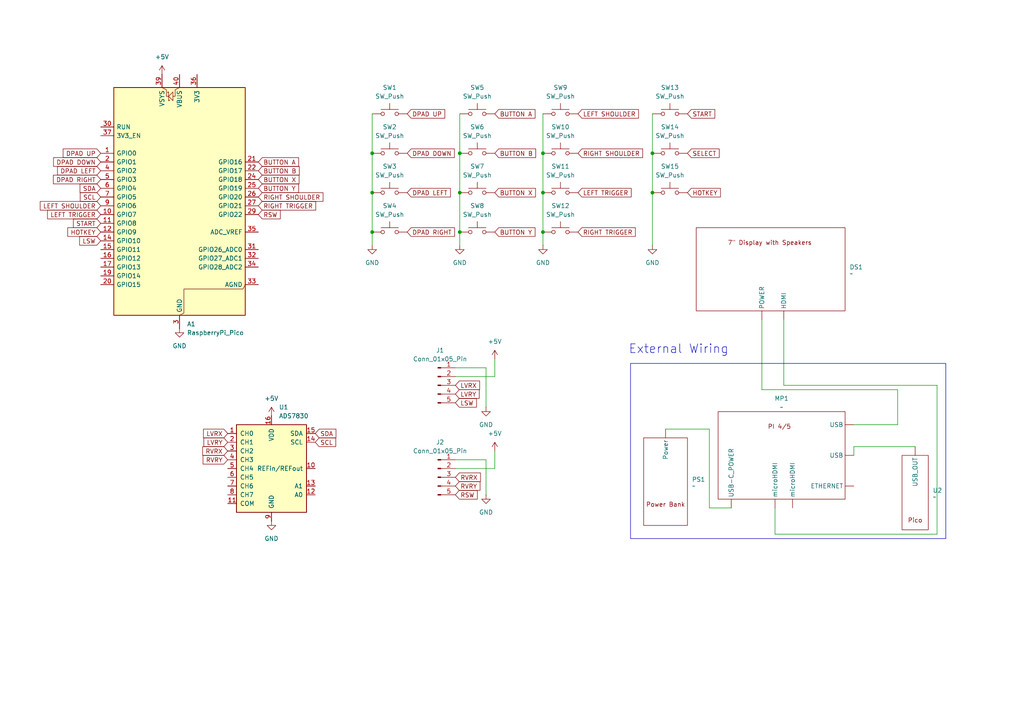
<source format=kicad_sch>
(kicad_sch (version 20250114) (generator "eeschema") (generator_version "9.0")
  (paper "A4")
  (lib_symbols
    (symbol "Analog_DAC:ADS7830" (pin_names (offset 1.016))
      (property "Reference" "U" (at -10.16 13.716 0))
      (property "Value" "ADS7830" (at 1.778 13.716 0))
      (symbol "ADS7830_0_1"
        (rectangle (start -10.16 12.7) (end 10.16 -12.7) (stroke (width 0.254)) (fill (type background)))
      )
      (symbol "ADS7830_1_1"
        (pin input line (at -12.7 10.16 0) (length 2.54) (name "CH0") (number "1"))
        (pin input line (at -12.7 7.62 0) (length 2.54) (name "CH1") (number "2"))
        (pin input line (at -12.7 5.08 0) (length 2.54) (name "CH2") (number "3"))
        (pin input line (at -12.7 2.54 0) (length 2.54) (name "CH3") (number "4"))
        (pin input line (at -12.7 0 0) (length 2.54) (name "CH4") (number "5"))
        (pin input line (at -12.7 -2.54 0) (length 2.54) (name "CH5") (number "6"))
        (pin input line (at -12.7 -5.08 0) (length 2.54) (name "CH6") (number "7"))
        (pin input line (at -12.7 -7.62 0) (length 2.54) (name "CH7") (number "8"))
        (pin input line (at -12.7 -10.16 0) (length 2.54) (name "COM") (number "11"))
        (pin power_in line (at 0 15.24 270) (length 2.54) (name "VDD") (number "16"))
        (pin power_in line (at 0 -15.24 90) (length 2.54) (name "GND") (number "9"))
        (pin bidirectional line (at 12.7 10.16 180) (length 2.54) (name "SDA") (number "15"))
        (pin input line (at 12.7 7.62 180) (length 2.54) (name "SCL") (number "14"))
        (pin bidirectional line (at 12.7 0 180) (length 2.54) (name "REFin/REFout") (number "10"))
        (pin input line (at 12.7 -5.08 180) (length 2.54) (name "A1") (number "13"))
        (pin input line (at 12.7 -7.62 180) (length 2.54) (name "A0") (number "12"))
      )
    )
    (symbol "Connector:Conn_01x05_Pin" (pin_names (offset 1.016) (hide yes))
      (property "Reference" "J" (at 0 7.62 0))
      (property "Value" "Conn_01x05_Pin" (at 0 -7.62 0))
      (symbol "Conn_01x05_Pin_1_1"
        (rectangle (start 0.8636 5.207) (end 0 4.953) (stroke (width 0.1524)) (fill (type outline)))
        (rectangle (start 0.8636 2.667) (end 0 2.413) (stroke (width 0.1524)) (fill (type outline)))
        (rectangle (start 0.8636 0.127) (end 0 -0.127) (stroke (width 0.1524)) (fill (type outline)))
        (rectangle (start 0.8636 -2.413) (end 0 -2.667) (stroke (width 0.1524)) (fill (type outline)))
        (rectangle (start 0.8636 -4.953) (end 0 -5.207) (stroke (width 0.1524)) (fill (type outline)))
        (polyline (pts (xy 1.27 5.08) (xy 0.8636 5.08)) (stroke (width 0.1524)))
        (polyline (pts (xy 1.27 2.54) (xy 0.8636 2.54)) (stroke (width 0.1524)))
        (polyline (pts (xy 1.27 0) (xy 0.8636 0)) (stroke (width 0.1524)))
        (polyline (pts (xy 1.27 -2.54) (xy 0.8636 -2.54)) (stroke (width 0.1524)))
        (polyline (pts (xy 1.27 -5.08) (xy 0.8636 -5.08)) (stroke (width 0.1524)))
        (pin passive line (at 5.08 5.08 180) (length 3.81) (name "Pin_1") (number "1"))
        (pin passive line (at 5.08 2.54 180) (length 3.81) (name "Pin_2") (number "2"))
        (pin passive line (at 5.08 0 180) (length 3.81) (name "Pin_3") (number "3"))
        (pin passive line (at 5.08 -2.54 180) (length 3.81) (name "Pin_4") (number "4"))
        (pin passive line (at 5.08 -5.08 180) (length 3.81) (name "Pin_5") (number "5"))
      )
    )
    (symbol "HexPlay Specifics:7inchDisplay"
      (property "Reference" "DS" (at 0 0 0))
      (symbol "7inchDisplay_0_1"
        (rectangle (start -21.59 11.43) (end 21.59 -12.7))
      )
      (symbol "7inchDisplay_1_1"
        (text "7\" Display with Speakers" (at -0.254 7.112 0) (effects (font (size 1.27 1.27))))
        (pin output line (at -2.54 -15.24 90) (length 2.54) (name "POWER") (number ""))
        (pin output line (at 3.81 -15.24 90) (length 2.54) (name "HDMI") (number ""))
      )
    )
    (symbol "HexPlay Specifics:Pi_4/5"
      (property "Reference" "MP" (at 0 0 0))
      (symbol "Pi_4/5_0_1"
        (rectangle (start -17.78 12.7) (end 19.05 -12.7))
      )
      (symbol "Pi_4/5_1_1"
        (text "PI 4/5" (at 0 8.382 0) (effects (font (size 1.27 1.27))))
        (pin input line (at -13.97 -15.24 90) (length 2.54) (name "USB-C_POWER") (number ""))
        (pin input line (at -1.27 -15.24 90) (length 2.54) (name "microHDMI") (number ""))
        (pin input line (at 3.81 -15.24 90) (length 2.54) (name "microHDMI") (number ""))
        (pin input line (at 21.59 8.89 180) (length 2.54) (name "USB") (number ""))
        (pin input line (at 21.59 0 180) (length 2.54) (name "USB") (number ""))
        (pin input line (at 21.59 -8.89 180) (length 2.54) (name "ETHERNET") (number ""))
      )
    )
    (symbol "HexPlay Specifics:Pico"
      (property "Reference" "U" (at 0 0 0))
      (symbol "Pico_0_1"
        (rectangle (start -3.81 13.97) (end 3.81 -7.62))
      )
      (symbol "Pico_1_1"
        (text "Pico" (at 0 -4.826 0) (effects (font (size 1.27 1.27))))
        (pin output line (at 0 16.51 270) (length 2.54) (name "USB_OUT") (number ""))
      )
    )
    (symbol "HexPlay Specifics:Power_Bank"
      (property "Reference" "PS" (at 0 0 0))
      (symbol "Power_Bank_0_1"
        (rectangle (start -6.35 12.7) (end 6.35 -12.7))
      )
      (symbol "Power_Bank_1_1"
        (text "Power Bank" (at 0 -6.604 0) (effects (font (size 1.27 1.27))))
        (pin output line (at 0 15.24 270) (length 2.54) (name "Power") (number ""))
      )
    )
    (symbol "MCU_Module:RaspberryPi_Pico" (pin_names (offset 0.762))
      (property "Reference" "A" (at -19.05 35.56 0))
      (property "Value" "RaspberryPi_Pico" (at 7.62 35.56 0))
      (symbol "RaspberryPi_Pico_0_1"
        (rectangle (start -19.05 34.29) (end 19.05 -31.75) (stroke (width 0.254)) (fill (type background)))
        (polyline (pts (xy -5.08 34.29) (xy -3.81 33.655) (xy -3.81 31.75) (xy -3.175 31.75)))
        (polyline (pts (xy -3.429 32.766) (xy -3.429 33.02) (xy -3.175 33.02) (xy -3.175 30.48) (xy -2.921 30.48) (xy -2.921 30.734)))
        (polyline (pts (xy -3.175 31.75) (xy -1.905 33.02) (xy -1.905 30.48) (xy -3.175 31.75)))
        (polyline (pts (xy 0 34.29) (xy -1.27 33.655) (xy -1.27 31.75) (xy -1.905 31.75)))
        (polyline (pts (xy 0 -31.75) (xy 1.27 -31.115) (xy 1.27 -24.13) (xy 18.415 -24.13) (xy 19.05 -22.86)))
      )
      (symbol "RaspberryPi_Pico_1_1"
        (pin passive line (at -22.86 22.86 0) (length 3.81) (name "RUN") (number "30"))
        (pin passive line (at -22.86 20.32 0) (length 3.81) (name "3V3_EN") (number "37"))
        (pin bidirectional line (at -22.86 15.24 0) (length 3.81) (name "GPIO0") (number "1"))
        (pin bidirectional line (at -22.86 12.7 0) (length 3.81) (name "GPIO1") (number "2"))
        (pin bidirectional line (at -22.86 10.16 0) (length 3.81) (name "GPIO2") (number "4"))
        (pin bidirectional line (at -22.86 7.62 0) (length 3.81) (name "GPIO3") (number "5"))
        (pin bidirectional line (at -22.86 5.08 0) (length 3.81) (name "GPIO4") (number "6"))
        (pin bidirectional line (at -22.86 2.54 0) (length 3.81) (name "GPIO5") (number "7"))
        (pin bidirectional line (at -22.86 0 0) (length 3.81) (name "GPIO6") (number "9"))
        (pin bidirectional line (at -22.86 -2.54 0) (length 3.81) (name "GPIO7") (number "10"))
        (pin bidirectional line (at -22.86 -5.08 0) (length 3.81) (name "GPIO8") (number "11"))
        (pin bidirectional line (at -22.86 -7.62 0) (length 3.81) (name "GPIO9") (number "12"))
        (pin bidirectional line (at -22.86 -10.16 0) (length 3.81) (name "GPIO10") (number "14"))
        (pin bidirectional line (at -22.86 -12.7 0) (length 3.81) (name "GPIO11") (number "15"))
        (pin bidirectional line (at -22.86 -15.24 0) (length 3.81) (name "GPIO12") (number "16"))
        (pin bidirectional line (at -22.86 -17.78 0) (length 3.81) (name "GPIO13") (number "17"))
        (pin bidirectional line (at -22.86 -20.32 0) (length 3.81) (name "GPIO14") (number "19"))
        (pin bidirectional line (at -22.86 -22.86 0) (length 3.81) (name "GPIO15") (number "20"))
        (pin power_in line (at -5.08 38.1 270) (length 3.81) (name "VSYS") (number "39"))
        (pin power_out line (at 0 38.1 270) (length 3.81) (name "VBUS") (number "40"))
        (pin passive line (at 0 -35.56 90) (length 3.81) (hide yes) (name "GND") (number "13"))
        (pin passive line (at 0 -35.56 90) (length 3.81) (hide yes) (name "GND") (number "18"))
        (pin passive line (at 0 -35.56 90) (length 3.81) (hide yes) (name "GND") (number "23"))
        (pin passive line (at 0 -35.56 90) (length 3.81) (hide yes) (name "GND") (number "28"))
        (pin power_out line (at 0 -35.56 90) (length 3.81) (name "GND") (number "3"))
        (pin passive line (at 0 -35.56 90) (length 3.81) (hide yes) (name "GND") (number "38"))
        (pin passive line (at 0 -35.56 90) (length 3.81) (hide yes) (name "GND") (number "8"))
        (pin power_out line (at 5.08 38.1 270) (length 3.81) (name "3V3") (number "36"))
        (pin bidirectional line (at 22.86 12.7 180) (length 3.81) (name "GPIO16") (number "21"))
        (pin bidirectional line (at 22.86 10.16 180) (length 3.81) (name "GPIO17") (number "22"))
        (pin bidirectional line (at 22.86 7.62 180) (length 3.81) (name "GPIO18") (number "24"))
        (pin bidirectional line (at 22.86 5.08 180) (length 3.81) (name "GPIO19") (number "25"))
        (pin bidirectional line (at 22.86 2.54 180) (length 3.81) (name "GPIO20") (number "26"))
        (pin bidirectional line (at 22.86 0 180) (length 3.81) (name "GPIO21") (number "27"))
        (pin bidirectional line (at 22.86 -2.54 180) (length 3.81) (name "GPIO22") (number "29"))
        (pin power_in line (at 22.86 -7.62 180) (length 3.81) (name "ADC_VREF") (number "35"))
        (pin bidirectional line (at 22.86 -12.7 180) (length 3.81) (name "GPIO26_ADC0") (number "31"))
        (pin bidirectional line (at 22.86 -15.24 180) (length 3.81) (name "GPIO27_ADC1") (number "32"))
        (pin bidirectional line (at 22.86 -17.78 180) (length 3.81) (name "GPIO28_ADC2") (number "34"))
        (pin power_out line (at 22.86 -22.86 180) (length 3.81) (name "AGND") (number "33"))
      )
    )
    (symbol "Switch:SW_Push" (pin_numbers (hide yes)) (pin_names (offset 1.016) (hide yes))
      (property "Reference" "SW" (at 1.27 2.54 0))
      (property "Value" "SW_Push" (at 0 -1.524 0))
      (symbol "SW_Push_0_1"
        (circle (center -2.032 0) (radius 0.508))
        (polyline (pts (xy 0 1.27) (xy 0 3.048)))
        (circle (center 2.032 0) (radius 0.508))
        (polyline (pts (xy 2.54 1.27) (xy -2.54 1.27)))
        (pin passive line (at -5.08 0 0) (length 2.54) (name "1") (number "1"))
        (pin passive line (at 5.08 0 180) (length 2.54) (name "2") (number "2"))
      )
    )
    (symbol "power:+5V" (power) (pin_numbers (hide yes)) (pin_names (offset 0) (hide yes))
      (property "Value" "+5V" (at 0 3.556 0))
      (symbol "+5V_0_1"
        (polyline (pts (xy -0.762 1.27) (xy 0 2.54)))
        (polyline (pts (xy 0 2.54) (xy 0.762 1.27)))
        (polyline (pts (xy 0 0) (xy 0 2.54)))
      )
      (symbol "+5V_1_1"
        (pin power_in line (at 0 0 90) (length 0) (name "~") (number "1"))
      )
    )
    (symbol "power:GND" (power) (pin_numbers (hide yes)) (pin_names (offset 0) (hide yes))
      (property "Value" "GND" (at 0 -3.81 0))
      (symbol "GND_0_1"
        (polyline (pts (xy 0 0) (xy 0 -1.27) (xy 1.27 -1.27) (xy 0 -2.54) (xy -1.27 -1.27) (xy 0 -1.27)))
      )
      (symbol "GND_1_1"
        (pin power_in line (at 0 0 270) (length 0) (name "~") (number "1"))
      )
    )
  )
  (rectangle (start 182.88 105.41) (end 274.32 156.21))
  (text "External Wiring\n" (at 196.85 101.346 0) (effects (font (size 2.54 2.54))))
  (junction (at 157.48 44.45))
  (junction (at 157.48 67.31))
  (junction (at 189.23 55.88))
  (junction (at 133.35 67.31))
  (junction (at 107.95 67.31))
  (junction (at 189.23 44.45))
  (junction (at 157.48 55.88))
  (junction (at 133.35 55.88))
  (junction (at 133.35 44.45))
  (junction (at 107.95 44.45))
  (junction (at 107.95 55.88))
  (wire (pts (xy 133.35 71.12) (xy 133.35 67.31)))
  (wire (pts (xy 157.48 44.45) (xy 157.48 55.88)))
  (wire (pts (xy 133.35 33.02) (xy 133.35 44.45)))
  (wire (pts (xy 107.95 55.88) (xy 107.95 67.31)))
  (wire (pts (xy 227.33 92.71) (xy 227.33 111.76)))
  (wire (pts (xy 189.23 71.12) (xy 189.23 55.88)))
  (wire (pts (xy 132.08 133.35) (xy 140.97 133.35)))
  (wire (pts (xy 133.35 44.45) (xy 133.35 55.88)))
  (wire (pts (xy 227.33 111.76) (xy 271.78 111.76)))
  (wire (pts (xy 143.51 135.89) (xy 143.51 130.81)))
  (wire (pts (xy 193.04 124.46) (xy 205.74 124.46)))
  (wire (pts (xy 247.65 129.54) (xy 265.43 129.54)))
  (wire (pts (xy 140.97 133.35) (xy 140.97 143.51)))
  (wire (pts (xy 107.95 71.12) (xy 107.95 67.31)))
  (wire (pts (xy 247.65 132.08) (xy 247.65 129.54)))
  (wire (pts (xy 271.78 111.76) (xy 271.78 154.94)))
  (wire (pts (xy 157.48 71.12) (xy 157.48 67.31)))
  (wire (pts (xy 143.51 109.22) (xy 143.51 104.14)))
  (wire (pts (xy 189.23 44.45) (xy 189.23 55.88)))
  (wire (pts (xy 220.98 113.03) (xy 260.35 113.03)))
  (wire (pts (xy 271.78 154.94) (xy 224.79 154.94)))
  (wire (pts (xy 140.97 106.68) (xy 140.97 118.11)))
  (wire (pts (xy 133.35 55.88) (xy 133.35 67.31)))
  (wire (pts (xy 157.48 33.02) (xy 157.48 44.45)))
  (wire (pts (xy 220.98 92.71) (xy 220.98 113.03)))
  (wire (pts (xy 260.35 123.19) (xy 247.65 123.19)))
  (wire (pts (xy 260.35 113.03) (xy 260.35 123.19)))
  (wire (pts (xy 132.08 109.22) (xy 143.51 109.22)))
  (wire (pts (xy 132.08 135.89) (xy 143.51 135.89)))
  (wire (pts (xy 189.23 33.02) (xy 189.23 44.45)))
  (wire (pts (xy 107.95 33.02) (xy 107.95 44.45)))
  (wire (pts (xy 205.74 147.32) (xy 212.09 147.32)))
  (wire (pts (xy 224.79 147.32) (xy 224.79 154.94)))
  (wire (pts (xy 157.48 55.88) (xy 157.48 67.31)))
  (wire (pts (xy 205.74 124.46) (xy 205.74 147.32)))
  (wire (pts (xy 107.95 44.45) (xy 107.95 55.88)))
  (wire (pts (xy 132.08 106.68) (xy 140.97 106.68)))
  (global_label "DPAD RIGHT" (shape input) (at 29.21 52.07 180) (property "Intersheetrefs" "${INTERSHEET_REFS}" (effects (hide yes))))
  (global_label "RVRY" (shape input) (at 66.04 133.35 180) (property "Intersheetrefs" "${INTERSHEET_REFS}" (effects (hide yes))))
  (global_label "SCL" (shape input) (at 91.44 128.27 0) (property "Intersheetrefs" "${INTERSHEET_REFS}" (effects (hide yes))))
  (global_label "DPAD LEFT" (shape input) (at 118.11 55.88 0) (property "Intersheetrefs" "${INTERSHEET_REFS}" (effects (hide yes))))
  (global_label "SDA" (shape input) (at 91.44 125.73 0) (property "Intersheetrefs" "${INTERSHEET_REFS}" (effects (hide yes))))
  (global_label "RIGHT TRIGGER" (shape input) (at 74.93 59.69 0) (property "Intersheetrefs" "${INTERSHEET_REFS}" (effects (hide yes))))
  (global_label "RSW" (shape input) (at 74.93 62.23 0) (property "Intersheetrefs" "${INTERSHEET_REFS}" (effects (hide yes))))
  (global_label "HOTKEY" (shape input) (at 29.21 67.31 180) (property "Intersheetrefs" "${INTERSHEET_REFS}" (effects (hide yes))))
  (global_label "BUTTON X" (shape input) (at 74.93 52.07 0) (property "Intersheetrefs" "${INTERSHEET_REFS}" (effects (hide yes))))
  (global_label "LSW" (shape input) (at 29.21 69.85 180) (property "Intersheetrefs" "${INTERSHEET_REFS}" (effects (hide yes))))
  (global_label "LEFT SHOULDER" (shape input) (at 167.64 33.02 0) (property "Intersheetrefs" "${INTERSHEET_REFS}" (effects (hide yes))))
  (global_label "DPAD UP" (shape input) (at 118.11 33.02 0) (property "Intersheetrefs" "${INTERSHEET_REFS}" (effects (hide yes))))
  (global_label "DPAD UP" (shape input) (at 29.21 44.45 180) (property "Intersheetrefs" "${INTERSHEET_REFS}" (effects (hide yes))))
  (global_label "DPAD DOWN" (shape input) (at 118.11 44.45 0) (property "Intersheetrefs" "${INTERSHEET_REFS}" (effects (hide yes))))
  (global_label "BUTTON A" (shape input) (at 143.51 33.02 0) (property "Intersheetrefs" "${INTERSHEET_REFS}" (effects (hide yes))))
  (global_label "RSW" (shape input) (at 132.08 143.51 0) (property "Intersheetrefs" "${INTERSHEET_REFS}" (effects (hide yes))))
  (global_label "START" (shape input) (at 199.39 33.02 0) (property "Intersheetrefs" "${INTERSHEET_REFS}" (effects (hide yes))))
  (global_label "BUTTON Y" (shape input) (at 143.51 67.31 0) (property "Intersheetrefs" "${INTERSHEET_REFS}" (effects (hide yes))))
  (global_label "DPAD RIGHT" (shape input) (at 118.11 67.31 0) (property "Intersheetrefs" "${INTERSHEET_REFS}" (effects (hide yes))))
  (global_label "RIGHT SHOULDER" (shape input) (at 167.64 44.45 0) (property "Intersheetrefs" "${INTERSHEET_REFS}" (effects (hide yes))))
  (global_label "LVRX" (shape input) (at 132.08 111.76 0) (property "Intersheetrefs" "${INTERSHEET_REFS}" (effects (hide yes))))
  (global_label "RVRX" (shape input) (at 66.04 130.81 180) (property "Intersheetrefs" "${INTERSHEET_REFS}" (effects (hide yes))))
  (global_label "LVRY" (shape input) (at 66.04 128.27 180) (property "Intersheetrefs" "${INTERSHEET_REFS}" (effects (hide yes))))
  (global_label "SCL" (shape input) (at 29.21 57.15 180) (property "Intersheetrefs" "${INTERSHEET_REFS}" (effects (hide yes))))
  (global_label "HOTKEY" (shape input) (at 199.39 55.88 0) (property "Intersheetrefs" "${INTERSHEET_REFS}" (effects (hide yes))))
  (global_label "RIGHT SHOULDER" (shape input) (at 74.93 57.15 0) (property "Intersheetrefs" "${INTERSHEET_REFS}" (effects (hide yes))))
  (global_label "SDA" (shape input) (at 29.21 54.61 180) (property "Intersheetrefs" "${INTERSHEET_REFS}" (effects (hide yes))))
  (global_label "BUTTON Y" (shape input) (at 74.93 54.61 0) (property "Intersheetrefs" "${INTERSHEET_REFS}" (effects (hide yes))))
  (global_label "LEFT TRIGGER" (shape input) (at 29.21 62.23 180) (property "Intersheetrefs" "${INTERSHEET_REFS}" (effects (hide yes))))
  (global_label "LEFT SHOULDER" (shape input) (at 29.21 59.69 180) (property "Intersheetrefs" "${INTERSHEET_REFS}" (effects (hide yes))))
  (global_label "RVRX" (shape input) (at 132.08 138.43 0) (property "Intersheetrefs" "${INTERSHEET_REFS}" (effects (hide yes))))
  (global_label "SELECT" (shape input) (at 199.39 44.45 0) (property "Intersheetrefs" "${INTERSHEET_REFS}" (effects (hide yes))))
  (global_label "BUTTON A" (shape input) (at 74.93 46.99 0) (property "Intersheetrefs" "${INTERSHEET_REFS}" (effects (hide yes))))
  (global_label "DPAD DOWN" (shape input) (at 29.21 46.99 180) (property "Intersheetrefs" "${INTERSHEET_REFS}" (effects (hide yes))))
  (global_label "RIGHT TRIGGER" (shape input) (at 167.64 67.31 0) (property "Intersheetrefs" "${INTERSHEET_REFS}" (effects (hide yes))))
  (global_label "RVRY" (shape input) (at 132.08 140.97 0) (property "Intersheetrefs" "${INTERSHEET_REFS}" (effects (hide yes))))
  (global_label "BUTTON X" (shape input) (at 143.51 55.88 0) (property "Intersheetrefs" "${INTERSHEET_REFS}" (effects (hide yes))))
  (global_label "LVRX" (shape input) (at 66.04 125.73 180) (property "Intersheetrefs" "${INTERSHEET_REFS}" (effects (hide yes))))
  (global_label "BUTTON B" (shape input) (at 143.51 44.45 0) (property "Intersheetrefs" "${INTERSHEET_REFS}" (effects (hide yes))))
  (global_label "DPAD LEFT" (shape input) (at 29.21 49.53 180) (property "Intersheetrefs" "${INTERSHEET_REFS}" (effects (hide yes))))
  (global_label "LVRY" (shape input) (at 132.08 114.3 0) (property "Intersheetrefs" "${INTERSHEET_REFS}" (effects (hide yes))))
  (global_label "LEFT TRIGGER" (shape input) (at 167.64 55.88 0) (property "Intersheetrefs" "${INTERSHEET_REFS}" (effects (hide yes))))
  (global_label "LSW" (shape input) (at 132.08 116.84 0) (property "Intersheetrefs" "${INTERSHEET_REFS}" (effects (hide yes))))
  (global_label "BUTTON B" (shape input) (at 74.93 49.53 0) (property "Intersheetrefs" "${INTERSHEET_REFS}" (effects (hide yes))))
  (global_label "START" (shape input) (at 29.21 64.77 180) (property "Intersheetrefs" "${INTERSHEET_REFS}" (effects (hide yes))))
  (symbol (lib_id "Switch:SW_Push") (at 194.31 55.88 0) (unit 1)
    (property "Reference" "SW15" (at 194.31 48.26 0))
    (property "Value" "SW_Push" (at 194.31 50.8 0))
    (property "Description" "Push button switch, generic, two pins" (effects (hide yes)))
  )
  (symbol (lib_id "HexPlay Specifics:Power_Bank") (at 193.04 139.7 0) (unit 1)
    (property "Reference" "PS1" (at 200.66 139.0649 0) (effects (justify left)))
    (property "Value" "~" (at 200.66 140.97 0) (effects (justify left)))
  )
  (symbol (lib_id "Switch:SW_Push") (at 113.03 55.88 0) (unit 1)
    (property "Reference" "SW3" (at 113.03 48.26 0))
    (property "Value" "SW_Push" (at 113.03 50.8 0))
    (property "Description" "Push button switch, generic, two pins" (effects (hide yes)))
  )
  (symbol (lib_id "Switch:SW_Push") (at 194.31 33.02 0) (unit 1)
    (property "Reference" "SW13" (at 194.31 25.4 0))
    (property "Value" "SW_Push" (at 194.31 27.94 0))
    (property "Description" "Push button switch, generic, two pins" (effects (hide yes)))
  )
  (symbol (lib_id "Switch:SW_Push") (at 194.31 44.45 0) (unit 1)
    (property "Reference" "SW14" (at 194.31 36.83 0))
    (property "Value" "SW_Push" (at 194.31 39.37 0))
    (property "Description" "Push button switch, generic, two pins" (effects (hide yes)))
  )
  (symbol (lib_id "power:GND") (at 189.23 71.12 0) (unit 1)
    (property "Reference" "#PWR04" (effects (hide yes)))
    (property "Value" "GND" (at 189.23 76.2 0))
    (property "Description" "Power symbol creates a global label with name \"GND\" , ground" (effects (hide yes)))
  )
  (symbol (lib_id "Connector:Conn_01x05_Pin") (at 127 138.43 0) (unit 1)
    (property "Reference" "J2" (at 127.635 128.27 0))
    (property "Value" "Conn_01x05_Pin" (at 127.635 130.81 0))
    (property "Description" "Generic connector, single row, 01x05, script generated" (effects (hide yes)))
  )
  (symbol (lib_id "power:+5V") (at 78.74 120.65 0) (unit 1)
    (property "Reference" "#PWR09" (effects (hide yes)))
    (property "Value" "+5V" (at 78.74 115.57 0))
    (property "Description" "Power symbol creates a global label with name \"+5V\"" (effects (hide yes)))
  )
  (symbol (lib_id "Switch:SW_Push") (at 162.56 44.45 0) (unit 1)
    (property "Reference" "SW10" (at 162.56 36.83 0))
    (property "Value" "SW_Push" (at 162.56 39.37 0))
    (property "Description" "Push button switch, generic, two pins" (effects (hide yes)))
  )
  (symbol (lib_id "Switch:SW_Push") (at 162.56 55.88 0) (unit 1)
    (property "Reference" "SW11" (at 162.56 48.26 0))
    (property "Value" "SW_Push" (at 162.56 50.8 0))
    (property "Description" "Push button switch, generic, two pins" (effects (hide yes)))
  )
  (symbol (lib_id "Switch:SW_Push") (at 138.43 67.31 0) (unit 1)
    (property "Reference" "SW8" (at 138.43 59.69 0))
    (property "Value" "SW_Push" (at 138.43 62.23 0))
    (property "Description" "Push button switch, generic, two pins" (effects (hide yes)))
  )
  (symbol (lib_id "Switch:SW_Push") (at 138.43 44.45 0) (unit 1)
    (property "Reference" "SW6" (at 138.43 36.83 0))
    (property "Value" "SW_Push" (at 138.43 39.37 0))
    (property "Description" "Push button switch, generic, two pins" (effects (hide yes)))
  )
  (symbol (lib_id "power:GND") (at 107.95 71.12 0) (unit 1)
    (property "Reference" "#PWR01" (effects (hide yes)))
    (property "Value" "GND" (at 107.95 76.2 0))
    (property "Description" "Power symbol creates a global label with name \"GND\" , ground" (effects (hide yes)))
  )
  (symbol (lib_id "MCU_Module:RaspberryPi_Pico") (at 52.07 59.69 0) (unit 1)
    (property "Reference" "A1" (at 54.2133 93.98 0) (effects (justify left)))
    (property "Value" "RaspberryPi_Pico" (at 54.2133 96.52 0) (effects (justify left)))
    (property "Footprint" "Module:RaspberryPi_Pico_Common_Unspecified" (effects (hide yes)))
    (property "Datasheet" "https://datasheets.raspberrypi.com/pico/pico-datasheet.pdf" (effects (hide yes)))
    (property "Description" "Versatile and inexpensive microcontroller module powered by RP2040 dual-core Arm Cortex-M0+ processor up to 133 MHz, 264kB SRAM, 2MB QSPI flash; also supports Raspberry Pi Pico 2" (effects (hide yes)))
  )
  (symbol (lib_id "Switch:SW_Push") (at 113.03 44.45 0) (unit 1)
    (property "Reference" "SW2" (at 113.03 36.83 0))
    (property "Value" "SW_Push" (at 113.03 39.37 0))
    (property "Description" "Push button switch, generic, two pins" (effects (hide yes)))
  )
  (symbol (lib_id "HexPlay Specifics:Pico") (at 265.43 146.05 0) (unit 1)
    (property "Reference" "U2" (at 270.51 142.2399 0) (effects (justify left)))
    (property "Value" "~" (at 270.51 144.145 0) (effects (justify left)))
  )
  (symbol (lib_id "Switch:SW_Push") (at 138.43 55.88 0) (unit 1)
    (property "Reference" "SW7" (at 138.43 48.26 0))
    (property "Value" "SW_Push" (at 138.43 50.8 0))
    (property "Description" "Push button switch, generic, two pins" (effects (hide yes)))
  )
  (symbol (lib_id "power:GND") (at 133.35 71.12 0) (unit 1)
    (property "Reference" "#PWR02" (effects (hide yes)))
    (property "Value" "GND" (at 133.35 76.2 0))
    (property "Description" "Power symbol creates a global label with name \"GND\" , ground" (effects (hide yes)))
  )
  (symbol (lib_id "Switch:SW_Push") (at 162.56 67.31 0) (unit 1)
    (property "Reference" "SW12" (at 162.56 59.69 0))
    (property "Value" "SW_Push" (at 162.56 62.23 0))
    (property "Description" "Push button switch, generic, two pins" (effects (hide yes)))
  )
  (symbol (lib_id "Switch:SW_Push") (at 162.56 33.02 0) (unit 1)
    (property "Reference" "SW9" (at 162.56 25.4 0))
    (property "Value" "SW_Push" (at 162.56 27.94 0))
    (property "Description" "Push button switch, generic, two pins" (effects (hide yes)))
  )
  (symbol (lib_id "power:GND") (at 140.97 143.51 0) (unit 1)
    (property "Reference" "#PWR07" (effects (hide yes)))
    (property "Value" "GND" (at 140.97 148.59 0))
    (property "Description" "Power symbol creates a global label with name \"GND\" , ground" (effects (hide yes)))
  )
  (symbol (lib_id "Switch:SW_Push") (at 138.43 33.02 0) (unit 1)
    (property "Reference" "SW5" (at 138.43 25.4 0))
    (property "Value" "SW_Push" (at 138.43 27.94 0))
    (property "Description" "Push button switch, generic, two pins" (effects (hide yes)))
  )
  (symbol (lib_id "Switch:SW_Push") (at 113.03 67.31 0) (unit 1)
    (property "Reference" "SW4" (at 113.03 59.69 0))
    (property "Value" "SW_Push" (at 113.03 62.23 0))
    (property "Description" "Push button switch, generic, two pins" (effects (hide yes)))
  )
  (symbol (lib_id "power:GND") (at 140.97 118.11 0) (unit 1)
    (property "Reference" "#PWR05" (effects (hide yes)))
    (property "Value" "GND" (at 140.97 123.19 0))
    (property "Description" "Power symbol creates a global label with name \"GND\" , ground" (effects (hide yes)))
  )
  (symbol (lib_id "Connector:Conn_01x05_Pin") (at 127 111.76 0) (unit 1)
    (property "Reference" "J1" (at 127.635 101.6 0))
    (property "Value" "Conn_01x05_Pin" (at 127.635 104.14 0))
    (property "Description" "Generic connector, single row, 01x05, script generated" (effects (hide yes)))
  )
  (symbol (lib_id "Switch:SW_Push") (at 113.03 33.02 0) (unit 1)
    (property "Reference" "SW1" (at 113.03 25.4 0))
    (property "Value" "SW_Push" (at 113.03 27.94 0))
    (property "Description" "Push button switch, generic, two pins" (effects (hide yes)))
  )
  (symbol (lib_id "power:GND") (at 78.74 151.13 0) (unit 1)
    (property "Reference" "#PWR010" (effects (hide yes)))
    (property "Value" "GND" (at 78.74 156.21 0))
    (property "Description" "Power symbol creates a global label with name \"GND\" , ground" (effects (hide yes)))
  )
  (symbol (lib_id "HexPlay Specifics:Pi_4/5") (at 226.06 132.08 0) (unit 1)
    (property "Reference" "MP1" (at 226.695 115.57 0))
    (property "Value" "~" (at 226.695 118.11 0))
  )
  (symbol (lib_id "power:+5V") (at 143.51 130.81 0) (unit 1)
    (property "Reference" "#PWR08" (effects (hide yes)))
    (property "Value" "+5V" (at 143.51 125.73 0))
    (property "Description" "Power symbol creates a global label with name \"+5V\"" (effects (hide yes)))
  )
  (symbol (lib_id "power:GND") (at 157.48 71.12 0) (unit 1)
    (property "Reference" "#PWR03" (effects (hide yes)))
    (property "Value" "GND" (at 157.48 76.2 0))
    (property "Description" "Power symbol creates a global label with name \"GND\" , ground" (effects (hide yes)))
  )
  (symbol (lib_id "power:+5V") (at 143.51 104.14 0) (unit 1)
    (property "Reference" "#PWR06" (effects (hide yes)))
    (property "Value" "+5V" (at 143.51 99.06 0))
    (property "Description" "Power symbol creates a global label with name \"+5V\"" (effects (hide yes)))
  )
  (symbol (lib_id "power:GND") (at 52.07 95.25 0) (unit 1)
    (property "Reference" "#PWR012" (effects (hide yes)))
    (property "Value" "GND" (at 52.07 100.33 0))
    (property "Description" "Power symbol creates a global label with name \"GND\" , ground" (effects (hide yes)))
  )
  (symbol (lib_id "HexPlay Specifics:7inchDisplay") (at 223.52 77.47 0) (unit 1)
    (property "Reference" "DS1" (at 246.38 77.4699 0) (effects (justify left)))
    (property "Value" "~" (at 246.38 79.375 0) (effects (justify left)))
  )
  (symbol (lib_id "Analog_DAC:ADS7830") (at 78.74 135.89 0) (unit 1)
    (property "Reference" "U1" (at 80.8833 118.11 0) (effects (justify left)))
    (property "Value" "ADS7830" (at 80.8833 120.65 0) (effects (justify left)))
    (property "Footprint" "Package_SO:TSSOP-16_4.4x5mm_P0.65mm" (effects (hide yes)))
    (property "Datasheet" "http://www.ti.com/lit/ds/symlink/ads7830.pdf" (effects (hide yes)))
    (property "Description" "Single-supply, 8bit, 8 ch, SAR, 70kHz SR, 2.7 - 5 VDD, I2C, TSSOP-16" (effects (hide yes)))
  )
  (symbol (lib_id "power:+5V") (at 46.99 21.59 0) (unit 1)
    (property "Reference" "#PWR011" (effects (hide yes)))
    (property "Value" "+5V" (at 46.99 16.51 0))
    (property "Description" "Power symbol creates a global label with name \"+5V\"" (effects (hide yes)))
  )
)
</source>
